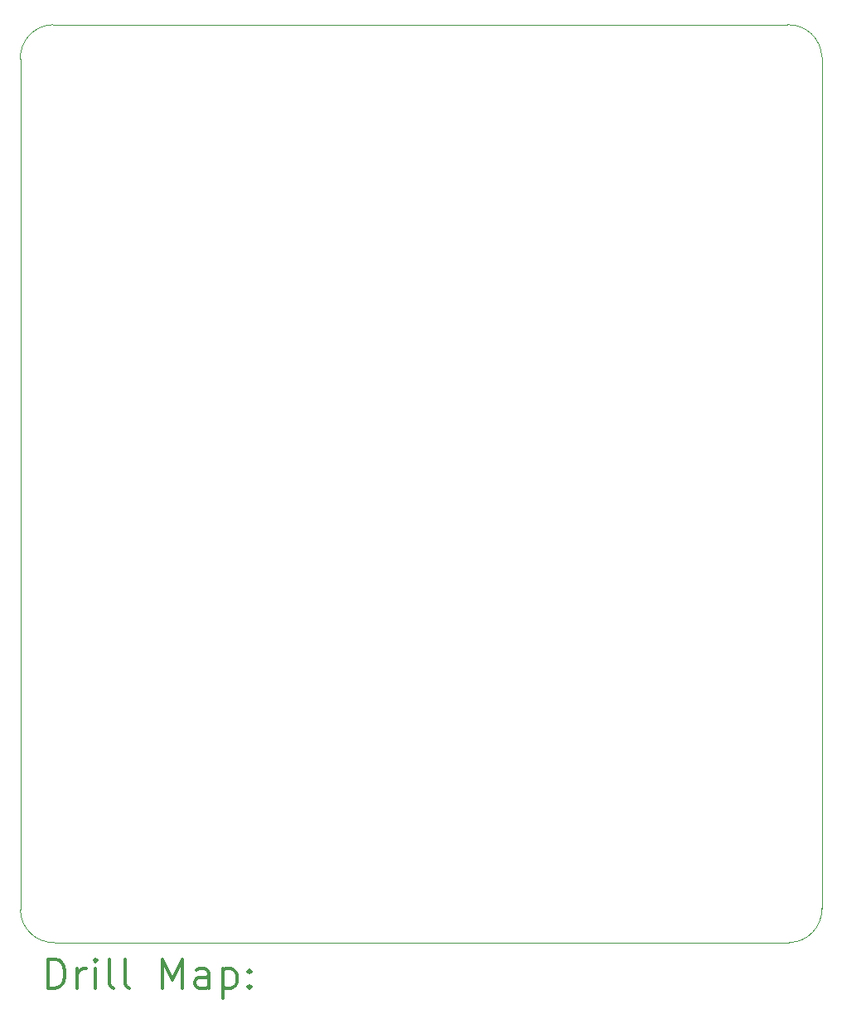
<source format=gbr>
%FSLAX45Y45*%
G04 Gerber Fmt 4.5, Leading zero omitted, Abs format (unit mm)*
G04 Created by KiCad (PCBNEW (5.1.10)-1) date 2021-10-20 08:09:59*
%MOMM*%
%LPD*%
G01*
G04 APERTURE LIST*
%TA.AperFunction,Profile*%
%ADD10C,0.050000*%
%TD*%
%ADD11C,0.200000*%
%ADD12C,0.300000*%
G04 APERTURE END LIST*
D10*
X18138648Y-14800072D02*
X18138235Y-6109877D01*
X9950450Y-14816582D02*
X9950035Y-6126067D01*
X17806416Y-15148814D02*
X10299192Y-15148814D01*
X18138809Y-14800231D02*
G75*
G02*
X17806416Y-15148814I-338489J-10001D01*
G01*
X10299192Y-15148814D02*
G75*
G02*
X9950609Y-14816421I-10001J338489D01*
G01*
X17789652Y-5777484D02*
G75*
G02*
X18138235Y-6109877I10001J-338489D01*
G01*
X9950035Y-6126067D02*
G75*
G02*
X10282428Y-5777484I338489J10001D01*
G01*
X10282428Y-5777484D02*
X17789652Y-5777484D01*
D11*
D12*
X10233816Y-15617176D02*
X10233816Y-15317176D01*
X10305244Y-15317176D01*
X10348101Y-15331462D01*
X10376673Y-15360033D01*
X10390958Y-15388605D01*
X10405244Y-15445748D01*
X10405244Y-15488605D01*
X10390958Y-15545748D01*
X10376673Y-15574319D01*
X10348101Y-15602890D01*
X10305244Y-15617176D01*
X10233816Y-15617176D01*
X10533816Y-15617176D02*
X10533816Y-15417176D01*
X10533816Y-15474319D02*
X10548101Y-15445748D01*
X10562387Y-15431462D01*
X10590958Y-15417176D01*
X10619530Y-15417176D01*
X10719530Y-15617176D02*
X10719530Y-15417176D01*
X10719530Y-15317176D02*
X10705244Y-15331462D01*
X10719530Y-15345748D01*
X10733816Y-15331462D01*
X10719530Y-15317176D01*
X10719530Y-15345748D01*
X10905244Y-15617176D02*
X10876673Y-15602890D01*
X10862387Y-15574319D01*
X10862387Y-15317176D01*
X11062387Y-15617176D02*
X11033816Y-15602890D01*
X11019530Y-15574319D01*
X11019530Y-15317176D01*
X11405244Y-15617176D02*
X11405244Y-15317176D01*
X11505244Y-15531462D01*
X11605244Y-15317176D01*
X11605244Y-15617176D01*
X11876673Y-15617176D02*
X11876673Y-15460033D01*
X11862387Y-15431462D01*
X11833815Y-15417176D01*
X11776673Y-15417176D01*
X11748101Y-15431462D01*
X11876673Y-15602890D02*
X11848101Y-15617176D01*
X11776673Y-15617176D01*
X11748101Y-15602890D01*
X11733815Y-15574319D01*
X11733815Y-15545748D01*
X11748101Y-15517176D01*
X11776673Y-15502890D01*
X11848101Y-15502890D01*
X11876673Y-15488605D01*
X12019530Y-15417176D02*
X12019530Y-15717176D01*
X12019530Y-15431462D02*
X12048101Y-15417176D01*
X12105244Y-15417176D01*
X12133815Y-15431462D01*
X12148101Y-15445748D01*
X12162387Y-15474319D01*
X12162387Y-15560033D01*
X12148101Y-15588605D01*
X12133815Y-15602890D01*
X12105244Y-15617176D01*
X12048101Y-15617176D01*
X12019530Y-15602890D01*
X12290958Y-15588605D02*
X12305244Y-15602890D01*
X12290958Y-15617176D01*
X12276673Y-15602890D01*
X12290958Y-15588605D01*
X12290958Y-15617176D01*
X12290958Y-15431462D02*
X12305244Y-15445748D01*
X12290958Y-15460033D01*
X12276673Y-15445748D01*
X12290958Y-15431462D01*
X12290958Y-15460033D01*
M02*

</source>
